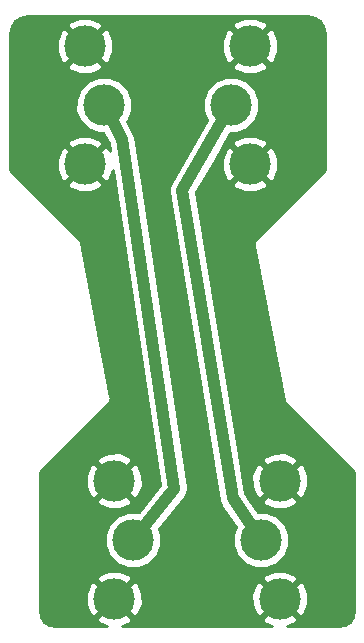
<source format=gtl>
G04 #@! TF.FileFunction,Copper,L1,Top,Signal*
%FSLAX46Y46*%
G04 Gerber Fmt 4.6, Leading zero omitted, Abs format (unit mm)*
G04 Created by KiCad (PCBNEW 4.0.1-stable) date Tuesday, April 26, 2016 'AMt' 05:14:25 AM*
%MOMM*%
G01*
G04 APERTURE LIST*
%ADD10C,0.100000*%
%ADD11C,3.500000*%
%ADD12C,1.000000*%
%ADD13C,0.254000*%
G04 APERTURE END LIST*
D10*
D11*
X137400000Y-115000000D03*
X139000000Y-120000000D03*
X139000000Y-110000000D03*
X126600000Y-115000000D03*
X125000000Y-110000000D03*
X125000000Y-120000000D03*
X134900000Y-78200000D03*
X136500000Y-83200000D03*
X136500000Y-73200000D03*
X124100000Y-78200000D03*
X122500000Y-73200000D03*
X122500000Y-83200000D03*
D12*
X124100000Y-78200000D02*
X125620000Y-81080000D01*
X130090000Y-110700000D02*
X126600000Y-115000000D01*
X125620000Y-81080000D02*
X130090000Y-110700000D01*
X124100000Y-78200000D02*
X124100000Y-78600000D01*
X134900000Y-78200000D02*
X130760000Y-85380000D01*
X130760000Y-85380000D02*
X135010000Y-111480000D01*
X135010000Y-111480000D02*
X137400000Y-115000000D01*
X130760000Y-85380000D02*
X135010000Y-111480000D01*
X134900000Y-78200000D02*
X134900000Y-78600000D01*
D13*
G36*
X141998094Y-70797497D02*
X142420357Y-71079643D01*
X142702503Y-71501906D01*
X142815000Y-72067466D01*
X142815000Y-83716264D01*
X137015632Y-89515632D01*
X136979349Y-89569933D01*
X136932876Y-89615819D01*
X136905823Y-89679973D01*
X136867143Y-89737862D01*
X136854402Y-89801914D01*
X136829026Y-89862092D01*
X136828583Y-89931714D01*
X136815000Y-90000000D01*
X136827741Y-90064055D01*
X136827326Y-90129360D01*
X139327326Y-103129360D01*
X139353560Y-103193852D01*
X139367143Y-103262138D01*
X139403426Y-103316440D01*
X139428034Y-103376934D01*
X139476951Y-103426477D01*
X139515632Y-103484368D01*
X145315000Y-109283736D01*
X145315000Y-120932534D01*
X145202503Y-121498094D01*
X144920357Y-121920357D01*
X144498094Y-122202503D01*
X143932533Y-122315000D01*
X139658966Y-122315000D01*
X140324636Y-122039271D01*
X140514923Y-121694528D01*
X139000000Y-120179605D01*
X137485077Y-121694528D01*
X137675364Y-122039271D01*
X138366266Y-122315000D01*
X125658966Y-122315000D01*
X126324636Y-122039271D01*
X126514923Y-121694528D01*
X125000000Y-120179605D01*
X123485077Y-121694528D01*
X123675364Y-122039271D01*
X124366266Y-122315000D01*
X120067466Y-122315000D01*
X119501906Y-122202503D01*
X119079643Y-121920357D01*
X118797497Y-121498094D01*
X118685000Y-120932533D01*
X118685000Y-119556591D01*
X122609044Y-119556591D01*
X122621359Y-120505323D01*
X122960729Y-121324636D01*
X123305472Y-121514923D01*
X124820395Y-120000000D01*
X125179605Y-120000000D01*
X126694528Y-121514923D01*
X127039271Y-121324636D01*
X127390956Y-120443409D01*
X127379445Y-119556591D01*
X136609044Y-119556591D01*
X136621359Y-120505323D01*
X136960729Y-121324636D01*
X137305472Y-121514923D01*
X138820395Y-120000000D01*
X139179605Y-120000000D01*
X140694528Y-121514923D01*
X141039271Y-121324636D01*
X141390956Y-120443409D01*
X141378641Y-119494677D01*
X141039271Y-118675364D01*
X140694528Y-118485077D01*
X139179605Y-120000000D01*
X138820395Y-120000000D01*
X137305472Y-118485077D01*
X136960729Y-118675364D01*
X136609044Y-119556591D01*
X127379445Y-119556591D01*
X127378641Y-119494677D01*
X127039271Y-118675364D01*
X126694528Y-118485077D01*
X125179605Y-120000000D01*
X124820395Y-120000000D01*
X123305472Y-118485077D01*
X122960729Y-118675364D01*
X122609044Y-119556591D01*
X118685000Y-119556591D01*
X118685000Y-118305472D01*
X123485077Y-118305472D01*
X125000000Y-119820395D01*
X126514923Y-118305472D01*
X137485077Y-118305472D01*
X139000000Y-119820395D01*
X140514923Y-118305472D01*
X140324636Y-117960729D01*
X139443409Y-117609044D01*
X138494677Y-117621359D01*
X137675364Y-117960729D01*
X137485077Y-118305472D01*
X126514923Y-118305472D01*
X126324636Y-117960729D01*
X125443409Y-117609044D01*
X124494677Y-117621359D01*
X123675364Y-117960729D01*
X123485077Y-118305472D01*
X118685000Y-118305472D01*
X118685000Y-111694528D01*
X123485077Y-111694528D01*
X123675364Y-112039271D01*
X124556591Y-112390956D01*
X125505323Y-112378641D01*
X126324636Y-112039271D01*
X126514923Y-111694528D01*
X125000000Y-110179605D01*
X123485077Y-111694528D01*
X118685000Y-111694528D01*
X118685000Y-109556591D01*
X122609044Y-109556591D01*
X122621359Y-110505323D01*
X122960729Y-111324636D01*
X123305472Y-111514923D01*
X124820395Y-110000000D01*
X125179605Y-110000000D01*
X126694528Y-111514923D01*
X127039271Y-111324636D01*
X127390956Y-110443409D01*
X127378641Y-109494677D01*
X127039271Y-108675364D01*
X126694528Y-108485077D01*
X125179605Y-110000000D01*
X124820395Y-110000000D01*
X123305472Y-108485077D01*
X122960729Y-108675364D01*
X122609044Y-109556591D01*
X118685000Y-109556591D01*
X118685000Y-109283736D01*
X119663264Y-108305472D01*
X123485077Y-108305472D01*
X125000000Y-109820395D01*
X126514923Y-108305472D01*
X126324636Y-107960729D01*
X125443409Y-107609044D01*
X124494677Y-107621359D01*
X123675364Y-107960729D01*
X123485077Y-108305472D01*
X119663264Y-108305472D01*
X124484368Y-103484368D01*
X124520651Y-103430066D01*
X124567124Y-103384181D01*
X124594177Y-103320027D01*
X124632857Y-103262138D01*
X124645598Y-103198086D01*
X124670974Y-103137908D01*
X124671417Y-103068287D01*
X124685000Y-103000000D01*
X124672259Y-102935945D01*
X124672674Y-102870639D01*
X122172674Y-89870640D01*
X122146440Y-89806148D01*
X122132857Y-89737862D01*
X122096575Y-89683561D01*
X122071966Y-89623065D01*
X122023048Y-89573521D01*
X121984368Y-89515632D01*
X117363264Y-84894528D01*
X120985077Y-84894528D01*
X121175364Y-85239271D01*
X122056591Y-85590956D01*
X123005323Y-85578641D01*
X123824636Y-85239271D01*
X124014923Y-84894528D01*
X122500000Y-83379605D01*
X120985077Y-84894528D01*
X117363264Y-84894528D01*
X116185000Y-83716264D01*
X116185000Y-82756591D01*
X120109044Y-82756591D01*
X120121359Y-83705323D01*
X120460729Y-84524636D01*
X120805472Y-84714923D01*
X122320395Y-83200000D01*
X120805472Y-81685077D01*
X120460729Y-81875364D01*
X120109044Y-82756591D01*
X116185000Y-82756591D01*
X116185000Y-81505472D01*
X120985077Y-81505472D01*
X122500000Y-83020395D01*
X124014923Y-81505472D01*
X123824636Y-81160729D01*
X122943409Y-80809044D01*
X121994677Y-80821359D01*
X121175364Y-81160729D01*
X120985077Y-81505472D01*
X116185000Y-81505472D01*
X116185000Y-78672325D01*
X121714587Y-78672325D01*
X122076916Y-79549229D01*
X122747242Y-80220726D01*
X123623513Y-80584585D01*
X124075361Y-80584979D01*
X124526419Y-81439615D01*
X124622502Y-82076302D01*
X124539271Y-81875364D01*
X124194528Y-81685077D01*
X122679605Y-83200000D01*
X124194528Y-84714923D01*
X124539271Y-84524636D01*
X124867766Y-83701517D01*
X128892928Y-110373843D01*
X127073608Y-112615412D01*
X126127675Y-112614587D01*
X125250771Y-112976916D01*
X124579274Y-113647242D01*
X124215415Y-114523513D01*
X124214587Y-115472325D01*
X124576916Y-116349229D01*
X125247242Y-117020726D01*
X126123513Y-117384585D01*
X127072325Y-117385413D01*
X127949229Y-117023084D01*
X128620726Y-116352758D01*
X128984585Y-115476487D01*
X128985413Y-114527675D01*
X128803153Y-114086572D01*
X130971265Y-111415260D01*
X130983677Y-111391731D01*
X131003341Y-111373819D01*
X131086573Y-111196686D01*
X131177901Y-111023568D01*
X131180365Y-110997081D01*
X131191676Y-110973008D01*
X131200787Y-110777500D01*
X131218913Y-110582616D01*
X131211054Y-110557205D01*
X131212292Y-110530633D01*
X127394510Y-85232485D01*
X129634627Y-85232485D01*
X129645524Y-85397321D01*
X129639755Y-85562415D01*
X133889755Y-111662415D01*
X133898303Y-111685279D01*
X133898484Y-111709690D01*
X133975557Y-111891921D01*
X134044836Y-112077229D01*
X134061483Y-112095081D01*
X134070992Y-112117565D01*
X135276940Y-113893690D01*
X135015415Y-114523513D01*
X135014587Y-115472325D01*
X135376916Y-116349229D01*
X136047242Y-117020726D01*
X136923513Y-117384585D01*
X137872325Y-117385413D01*
X138749229Y-117023084D01*
X139420726Y-116352758D01*
X139784585Y-115476487D01*
X139785413Y-114527675D01*
X139423084Y-113650771D01*
X138752758Y-112979274D01*
X137876487Y-112615415D01*
X137152392Y-112614783D01*
X136527560Y-111694528D01*
X137485077Y-111694528D01*
X137675364Y-112039271D01*
X138556591Y-112390956D01*
X139505323Y-112378641D01*
X140324636Y-112039271D01*
X140514923Y-111694528D01*
X139000000Y-110179605D01*
X137485077Y-111694528D01*
X136527560Y-111694528D01*
X136089926Y-111049980D01*
X135846750Y-109556591D01*
X136609044Y-109556591D01*
X136621359Y-110505323D01*
X136960729Y-111324636D01*
X137305472Y-111514923D01*
X138820395Y-110000000D01*
X139179605Y-110000000D01*
X140694528Y-111514923D01*
X141039271Y-111324636D01*
X141390956Y-110443409D01*
X141378641Y-109494677D01*
X141039271Y-108675364D01*
X140694528Y-108485077D01*
X139179605Y-110000000D01*
X138820395Y-110000000D01*
X137305472Y-108485077D01*
X136960729Y-108675364D01*
X136609044Y-109556591D01*
X135846750Y-109556591D01*
X135643024Y-108305472D01*
X137485077Y-108305472D01*
X139000000Y-109820395D01*
X140514923Y-108305472D01*
X140324636Y-107960729D01*
X139443409Y-107609044D01*
X138494677Y-107621359D01*
X137675364Y-107960729D01*
X137485077Y-108305472D01*
X135643024Y-108305472D01*
X131945230Y-85596667D01*
X132350084Y-84894528D01*
X134985077Y-84894528D01*
X135175364Y-85239271D01*
X136056591Y-85590956D01*
X137005323Y-85578641D01*
X137824636Y-85239271D01*
X138014923Y-84894528D01*
X136500000Y-83379605D01*
X134985077Y-84894528D01*
X132350084Y-84894528D01*
X133582822Y-82756591D01*
X134109044Y-82756591D01*
X134121359Y-83705323D01*
X134460729Y-84524636D01*
X134805472Y-84714923D01*
X136320395Y-83200000D01*
X136679605Y-83200000D01*
X138194528Y-84714923D01*
X138539271Y-84524636D01*
X138890956Y-83643409D01*
X138878641Y-82694677D01*
X138539271Y-81875364D01*
X138194528Y-81685077D01*
X136679605Y-83200000D01*
X136320395Y-83200000D01*
X134805472Y-81685077D01*
X134460729Y-81875364D01*
X134109044Y-82756591D01*
X133582822Y-82756591D01*
X134304219Y-81505472D01*
X134985077Y-81505472D01*
X136500000Y-83020395D01*
X138014923Y-81505472D01*
X137824636Y-81160729D01*
X136943409Y-80809044D01*
X135994677Y-80821359D01*
X135175364Y-81160729D01*
X134985077Y-81505472D01*
X134304219Y-81505472D01*
X134834998Y-80584944D01*
X135372325Y-80585413D01*
X136249229Y-80223084D01*
X136920726Y-79552758D01*
X137284585Y-78676487D01*
X137285413Y-77727675D01*
X136923084Y-76850771D01*
X136252758Y-76179274D01*
X135376487Y-75815415D01*
X134427675Y-75814587D01*
X133550771Y-76176916D01*
X132879274Y-76847242D01*
X132515415Y-77723513D01*
X132514587Y-78672325D01*
X132849763Y-79483514D01*
X129776743Y-84813052D01*
X129723731Y-84969509D01*
X129655221Y-85119830D01*
X129653200Y-85177670D01*
X129634627Y-85232485D01*
X127394510Y-85232485D01*
X126742292Y-80910633D01*
X126677911Y-80732119D01*
X126623777Y-80550229D01*
X126105406Y-79568052D01*
X126120726Y-79552758D01*
X126484585Y-78676487D01*
X126485413Y-77727675D01*
X126123084Y-76850771D01*
X125452758Y-76179274D01*
X124576487Y-75815415D01*
X123627675Y-75814587D01*
X122750771Y-76176916D01*
X122079274Y-76847242D01*
X121715415Y-77723513D01*
X121714587Y-78672325D01*
X116185000Y-78672325D01*
X116185000Y-74894528D01*
X120985077Y-74894528D01*
X121175364Y-75239271D01*
X122056591Y-75590956D01*
X123005323Y-75578641D01*
X123824636Y-75239271D01*
X124014923Y-74894528D01*
X134985077Y-74894528D01*
X135175364Y-75239271D01*
X136056591Y-75590956D01*
X137005323Y-75578641D01*
X137824636Y-75239271D01*
X138014923Y-74894528D01*
X136500000Y-73379605D01*
X134985077Y-74894528D01*
X124014923Y-74894528D01*
X122500000Y-73379605D01*
X120985077Y-74894528D01*
X116185000Y-74894528D01*
X116185000Y-72756591D01*
X120109044Y-72756591D01*
X120121359Y-73705323D01*
X120460729Y-74524636D01*
X120805472Y-74714923D01*
X122320395Y-73200000D01*
X122679605Y-73200000D01*
X124194528Y-74714923D01*
X124539271Y-74524636D01*
X124890956Y-73643409D01*
X124879445Y-72756591D01*
X134109044Y-72756591D01*
X134121359Y-73705323D01*
X134460729Y-74524636D01*
X134805472Y-74714923D01*
X136320395Y-73200000D01*
X136679605Y-73200000D01*
X138194528Y-74714923D01*
X138539271Y-74524636D01*
X138890956Y-73643409D01*
X138878641Y-72694677D01*
X138539271Y-71875364D01*
X138194528Y-71685077D01*
X136679605Y-73200000D01*
X136320395Y-73200000D01*
X134805472Y-71685077D01*
X134460729Y-71875364D01*
X134109044Y-72756591D01*
X124879445Y-72756591D01*
X124878641Y-72694677D01*
X124539271Y-71875364D01*
X124194528Y-71685077D01*
X122679605Y-73200000D01*
X122320395Y-73200000D01*
X120805472Y-71685077D01*
X120460729Y-71875364D01*
X120109044Y-72756591D01*
X116185000Y-72756591D01*
X116185000Y-72067467D01*
X116296787Y-71505472D01*
X120985077Y-71505472D01*
X122500000Y-73020395D01*
X124014923Y-71505472D01*
X134985077Y-71505472D01*
X136500000Y-73020395D01*
X138014923Y-71505472D01*
X137824636Y-71160729D01*
X136943409Y-70809044D01*
X135994677Y-70821359D01*
X135175364Y-71160729D01*
X134985077Y-71505472D01*
X124014923Y-71505472D01*
X123824636Y-71160729D01*
X122943409Y-70809044D01*
X121994677Y-70821359D01*
X121175364Y-71160729D01*
X120985077Y-71505472D01*
X116296787Y-71505472D01*
X116297497Y-71501906D01*
X116579643Y-71079643D01*
X117001906Y-70797497D01*
X117567466Y-70685000D01*
X141432533Y-70685000D01*
X141998094Y-70797497D01*
X141998094Y-70797497D01*
G37*
X141998094Y-70797497D02*
X142420357Y-71079643D01*
X142702503Y-71501906D01*
X142815000Y-72067466D01*
X142815000Y-83716264D01*
X137015632Y-89515632D01*
X136979349Y-89569933D01*
X136932876Y-89615819D01*
X136905823Y-89679973D01*
X136867143Y-89737862D01*
X136854402Y-89801914D01*
X136829026Y-89862092D01*
X136828583Y-89931714D01*
X136815000Y-90000000D01*
X136827741Y-90064055D01*
X136827326Y-90129360D01*
X139327326Y-103129360D01*
X139353560Y-103193852D01*
X139367143Y-103262138D01*
X139403426Y-103316440D01*
X139428034Y-103376934D01*
X139476951Y-103426477D01*
X139515632Y-103484368D01*
X145315000Y-109283736D01*
X145315000Y-120932534D01*
X145202503Y-121498094D01*
X144920357Y-121920357D01*
X144498094Y-122202503D01*
X143932533Y-122315000D01*
X139658966Y-122315000D01*
X140324636Y-122039271D01*
X140514923Y-121694528D01*
X139000000Y-120179605D01*
X137485077Y-121694528D01*
X137675364Y-122039271D01*
X138366266Y-122315000D01*
X125658966Y-122315000D01*
X126324636Y-122039271D01*
X126514923Y-121694528D01*
X125000000Y-120179605D01*
X123485077Y-121694528D01*
X123675364Y-122039271D01*
X124366266Y-122315000D01*
X120067466Y-122315000D01*
X119501906Y-122202503D01*
X119079643Y-121920357D01*
X118797497Y-121498094D01*
X118685000Y-120932533D01*
X118685000Y-119556591D01*
X122609044Y-119556591D01*
X122621359Y-120505323D01*
X122960729Y-121324636D01*
X123305472Y-121514923D01*
X124820395Y-120000000D01*
X125179605Y-120000000D01*
X126694528Y-121514923D01*
X127039271Y-121324636D01*
X127390956Y-120443409D01*
X127379445Y-119556591D01*
X136609044Y-119556591D01*
X136621359Y-120505323D01*
X136960729Y-121324636D01*
X137305472Y-121514923D01*
X138820395Y-120000000D01*
X139179605Y-120000000D01*
X140694528Y-121514923D01*
X141039271Y-121324636D01*
X141390956Y-120443409D01*
X141378641Y-119494677D01*
X141039271Y-118675364D01*
X140694528Y-118485077D01*
X139179605Y-120000000D01*
X138820395Y-120000000D01*
X137305472Y-118485077D01*
X136960729Y-118675364D01*
X136609044Y-119556591D01*
X127379445Y-119556591D01*
X127378641Y-119494677D01*
X127039271Y-118675364D01*
X126694528Y-118485077D01*
X125179605Y-120000000D01*
X124820395Y-120000000D01*
X123305472Y-118485077D01*
X122960729Y-118675364D01*
X122609044Y-119556591D01*
X118685000Y-119556591D01*
X118685000Y-118305472D01*
X123485077Y-118305472D01*
X125000000Y-119820395D01*
X126514923Y-118305472D01*
X137485077Y-118305472D01*
X139000000Y-119820395D01*
X140514923Y-118305472D01*
X140324636Y-117960729D01*
X139443409Y-117609044D01*
X138494677Y-117621359D01*
X137675364Y-117960729D01*
X137485077Y-118305472D01*
X126514923Y-118305472D01*
X126324636Y-117960729D01*
X125443409Y-117609044D01*
X124494677Y-117621359D01*
X123675364Y-117960729D01*
X123485077Y-118305472D01*
X118685000Y-118305472D01*
X118685000Y-111694528D01*
X123485077Y-111694528D01*
X123675364Y-112039271D01*
X124556591Y-112390956D01*
X125505323Y-112378641D01*
X126324636Y-112039271D01*
X126514923Y-111694528D01*
X125000000Y-110179605D01*
X123485077Y-111694528D01*
X118685000Y-111694528D01*
X118685000Y-109556591D01*
X122609044Y-109556591D01*
X122621359Y-110505323D01*
X122960729Y-111324636D01*
X123305472Y-111514923D01*
X124820395Y-110000000D01*
X125179605Y-110000000D01*
X126694528Y-111514923D01*
X127039271Y-111324636D01*
X127390956Y-110443409D01*
X127378641Y-109494677D01*
X127039271Y-108675364D01*
X126694528Y-108485077D01*
X125179605Y-110000000D01*
X124820395Y-110000000D01*
X123305472Y-108485077D01*
X122960729Y-108675364D01*
X122609044Y-109556591D01*
X118685000Y-109556591D01*
X118685000Y-109283736D01*
X119663264Y-108305472D01*
X123485077Y-108305472D01*
X125000000Y-109820395D01*
X126514923Y-108305472D01*
X126324636Y-107960729D01*
X125443409Y-107609044D01*
X124494677Y-107621359D01*
X123675364Y-107960729D01*
X123485077Y-108305472D01*
X119663264Y-108305472D01*
X124484368Y-103484368D01*
X124520651Y-103430066D01*
X124567124Y-103384181D01*
X124594177Y-103320027D01*
X124632857Y-103262138D01*
X124645598Y-103198086D01*
X124670974Y-103137908D01*
X124671417Y-103068287D01*
X124685000Y-103000000D01*
X124672259Y-102935945D01*
X124672674Y-102870639D01*
X122172674Y-89870640D01*
X122146440Y-89806148D01*
X122132857Y-89737862D01*
X122096575Y-89683561D01*
X122071966Y-89623065D01*
X122023048Y-89573521D01*
X121984368Y-89515632D01*
X117363264Y-84894528D01*
X120985077Y-84894528D01*
X121175364Y-85239271D01*
X122056591Y-85590956D01*
X123005323Y-85578641D01*
X123824636Y-85239271D01*
X124014923Y-84894528D01*
X122500000Y-83379605D01*
X120985077Y-84894528D01*
X117363264Y-84894528D01*
X116185000Y-83716264D01*
X116185000Y-82756591D01*
X120109044Y-82756591D01*
X120121359Y-83705323D01*
X120460729Y-84524636D01*
X120805472Y-84714923D01*
X122320395Y-83200000D01*
X120805472Y-81685077D01*
X120460729Y-81875364D01*
X120109044Y-82756591D01*
X116185000Y-82756591D01*
X116185000Y-81505472D01*
X120985077Y-81505472D01*
X122500000Y-83020395D01*
X124014923Y-81505472D01*
X123824636Y-81160729D01*
X122943409Y-80809044D01*
X121994677Y-80821359D01*
X121175364Y-81160729D01*
X120985077Y-81505472D01*
X116185000Y-81505472D01*
X116185000Y-78672325D01*
X121714587Y-78672325D01*
X122076916Y-79549229D01*
X122747242Y-80220726D01*
X123623513Y-80584585D01*
X124075361Y-80584979D01*
X124526419Y-81439615D01*
X124622502Y-82076302D01*
X124539271Y-81875364D01*
X124194528Y-81685077D01*
X122679605Y-83200000D01*
X124194528Y-84714923D01*
X124539271Y-84524636D01*
X124867766Y-83701517D01*
X128892928Y-110373843D01*
X127073608Y-112615412D01*
X126127675Y-112614587D01*
X125250771Y-112976916D01*
X124579274Y-113647242D01*
X124215415Y-114523513D01*
X124214587Y-115472325D01*
X124576916Y-116349229D01*
X125247242Y-117020726D01*
X126123513Y-117384585D01*
X127072325Y-117385413D01*
X127949229Y-117023084D01*
X128620726Y-116352758D01*
X128984585Y-115476487D01*
X128985413Y-114527675D01*
X128803153Y-114086572D01*
X130971265Y-111415260D01*
X130983677Y-111391731D01*
X131003341Y-111373819D01*
X131086573Y-111196686D01*
X131177901Y-111023568D01*
X131180365Y-110997081D01*
X131191676Y-110973008D01*
X131200787Y-110777500D01*
X131218913Y-110582616D01*
X131211054Y-110557205D01*
X131212292Y-110530633D01*
X127394510Y-85232485D01*
X129634627Y-85232485D01*
X129645524Y-85397321D01*
X129639755Y-85562415D01*
X133889755Y-111662415D01*
X133898303Y-111685279D01*
X133898484Y-111709690D01*
X133975557Y-111891921D01*
X134044836Y-112077229D01*
X134061483Y-112095081D01*
X134070992Y-112117565D01*
X135276940Y-113893690D01*
X135015415Y-114523513D01*
X135014587Y-115472325D01*
X135376916Y-116349229D01*
X136047242Y-117020726D01*
X136923513Y-117384585D01*
X137872325Y-117385413D01*
X138749229Y-117023084D01*
X139420726Y-116352758D01*
X139784585Y-115476487D01*
X139785413Y-114527675D01*
X139423084Y-113650771D01*
X138752758Y-112979274D01*
X137876487Y-112615415D01*
X137152392Y-112614783D01*
X136527560Y-111694528D01*
X137485077Y-111694528D01*
X137675364Y-112039271D01*
X138556591Y-112390956D01*
X139505323Y-112378641D01*
X140324636Y-112039271D01*
X140514923Y-111694528D01*
X139000000Y-110179605D01*
X137485077Y-111694528D01*
X136527560Y-111694528D01*
X136089926Y-111049980D01*
X135846750Y-109556591D01*
X136609044Y-109556591D01*
X136621359Y-110505323D01*
X136960729Y-111324636D01*
X137305472Y-111514923D01*
X138820395Y-110000000D01*
X139179605Y-110000000D01*
X140694528Y-111514923D01*
X141039271Y-111324636D01*
X141390956Y-110443409D01*
X141378641Y-109494677D01*
X141039271Y-108675364D01*
X140694528Y-108485077D01*
X139179605Y-110000000D01*
X138820395Y-110000000D01*
X137305472Y-108485077D01*
X136960729Y-108675364D01*
X136609044Y-109556591D01*
X135846750Y-109556591D01*
X135643024Y-108305472D01*
X137485077Y-108305472D01*
X139000000Y-109820395D01*
X140514923Y-108305472D01*
X140324636Y-107960729D01*
X139443409Y-107609044D01*
X138494677Y-107621359D01*
X137675364Y-107960729D01*
X137485077Y-108305472D01*
X135643024Y-108305472D01*
X131945230Y-85596667D01*
X132350084Y-84894528D01*
X134985077Y-84894528D01*
X135175364Y-85239271D01*
X136056591Y-85590956D01*
X137005323Y-85578641D01*
X137824636Y-85239271D01*
X138014923Y-84894528D01*
X136500000Y-83379605D01*
X134985077Y-84894528D01*
X132350084Y-84894528D01*
X133582822Y-82756591D01*
X134109044Y-82756591D01*
X134121359Y-83705323D01*
X134460729Y-84524636D01*
X134805472Y-84714923D01*
X136320395Y-83200000D01*
X136679605Y-83200000D01*
X138194528Y-84714923D01*
X138539271Y-84524636D01*
X138890956Y-83643409D01*
X138878641Y-82694677D01*
X138539271Y-81875364D01*
X138194528Y-81685077D01*
X136679605Y-83200000D01*
X136320395Y-83200000D01*
X134805472Y-81685077D01*
X134460729Y-81875364D01*
X134109044Y-82756591D01*
X133582822Y-82756591D01*
X134304219Y-81505472D01*
X134985077Y-81505472D01*
X136500000Y-83020395D01*
X138014923Y-81505472D01*
X137824636Y-81160729D01*
X136943409Y-80809044D01*
X135994677Y-80821359D01*
X135175364Y-81160729D01*
X134985077Y-81505472D01*
X134304219Y-81505472D01*
X134834998Y-80584944D01*
X135372325Y-80585413D01*
X136249229Y-80223084D01*
X136920726Y-79552758D01*
X137284585Y-78676487D01*
X137285413Y-77727675D01*
X136923084Y-76850771D01*
X136252758Y-76179274D01*
X135376487Y-75815415D01*
X134427675Y-75814587D01*
X133550771Y-76176916D01*
X132879274Y-76847242D01*
X132515415Y-77723513D01*
X132514587Y-78672325D01*
X132849763Y-79483514D01*
X129776743Y-84813052D01*
X129723731Y-84969509D01*
X129655221Y-85119830D01*
X129653200Y-85177670D01*
X129634627Y-85232485D01*
X127394510Y-85232485D01*
X126742292Y-80910633D01*
X126677911Y-80732119D01*
X126623777Y-80550229D01*
X126105406Y-79568052D01*
X126120726Y-79552758D01*
X126484585Y-78676487D01*
X126485413Y-77727675D01*
X126123084Y-76850771D01*
X125452758Y-76179274D01*
X124576487Y-75815415D01*
X123627675Y-75814587D01*
X122750771Y-76176916D01*
X122079274Y-76847242D01*
X121715415Y-77723513D01*
X121714587Y-78672325D01*
X116185000Y-78672325D01*
X116185000Y-74894528D01*
X120985077Y-74894528D01*
X121175364Y-75239271D01*
X122056591Y-75590956D01*
X123005323Y-75578641D01*
X123824636Y-75239271D01*
X124014923Y-74894528D01*
X134985077Y-74894528D01*
X135175364Y-75239271D01*
X136056591Y-75590956D01*
X137005323Y-75578641D01*
X137824636Y-75239271D01*
X138014923Y-74894528D01*
X136500000Y-73379605D01*
X134985077Y-74894528D01*
X124014923Y-74894528D01*
X122500000Y-73379605D01*
X120985077Y-74894528D01*
X116185000Y-74894528D01*
X116185000Y-72756591D01*
X120109044Y-72756591D01*
X120121359Y-73705323D01*
X120460729Y-74524636D01*
X120805472Y-74714923D01*
X122320395Y-73200000D01*
X122679605Y-73200000D01*
X124194528Y-74714923D01*
X124539271Y-74524636D01*
X124890956Y-73643409D01*
X124879445Y-72756591D01*
X134109044Y-72756591D01*
X134121359Y-73705323D01*
X134460729Y-74524636D01*
X134805472Y-74714923D01*
X136320395Y-73200000D01*
X136679605Y-73200000D01*
X138194528Y-74714923D01*
X138539271Y-74524636D01*
X138890956Y-73643409D01*
X138878641Y-72694677D01*
X138539271Y-71875364D01*
X138194528Y-71685077D01*
X136679605Y-73200000D01*
X136320395Y-73200000D01*
X134805472Y-71685077D01*
X134460729Y-71875364D01*
X134109044Y-72756591D01*
X124879445Y-72756591D01*
X124878641Y-72694677D01*
X124539271Y-71875364D01*
X124194528Y-71685077D01*
X122679605Y-73200000D01*
X122320395Y-73200000D01*
X120805472Y-71685077D01*
X120460729Y-71875364D01*
X120109044Y-72756591D01*
X116185000Y-72756591D01*
X116185000Y-72067467D01*
X116296787Y-71505472D01*
X120985077Y-71505472D01*
X122500000Y-73020395D01*
X124014923Y-71505472D01*
X134985077Y-71505472D01*
X136500000Y-73020395D01*
X138014923Y-71505472D01*
X137824636Y-71160729D01*
X136943409Y-70809044D01*
X135994677Y-70821359D01*
X135175364Y-71160729D01*
X134985077Y-71505472D01*
X124014923Y-71505472D01*
X123824636Y-71160729D01*
X122943409Y-70809044D01*
X121994677Y-70821359D01*
X121175364Y-71160729D01*
X120985077Y-71505472D01*
X116296787Y-71505472D01*
X116297497Y-71501906D01*
X116579643Y-71079643D01*
X117001906Y-70797497D01*
X117567466Y-70685000D01*
X141432533Y-70685000D01*
X141998094Y-70797497D01*
M02*

</source>
